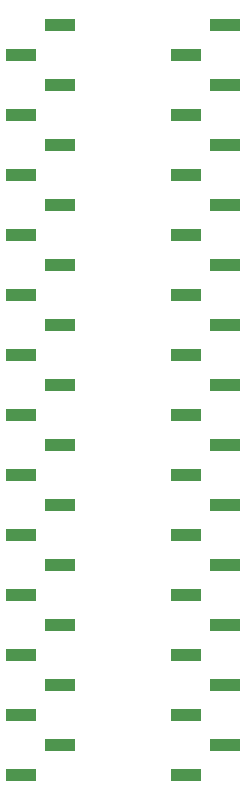
<source format=gbp>
G04 #@! TF.GenerationSoftware,KiCad,Pcbnew,9.0.6*
G04 #@! TF.CreationDate,2025-12-31T13:09:13-06:00*
G04 #@! TF.ProjectId,QFN-48_6x6,51464e2d-3438-45f3-9678-362e6b696361,rev?*
G04 #@! TF.SameCoordinates,Original*
G04 #@! TF.FileFunction,Paste,Bot*
G04 #@! TF.FilePolarity,Positive*
%FSLAX46Y46*%
G04 Gerber Fmt 4.6, Leading zero omitted, Abs format (unit mm)*
G04 Created by KiCad (PCBNEW 9.0.6) date 2025-12-31 13:09:13*
%MOMM*%
%LPD*%
G01*
G04 APERTURE LIST*
%ADD10R,2.510000X1.000000*%
G04 APERTURE END LIST*
D10*
X133099000Y-88900000D03*
X129789000Y-91440000D03*
X133099000Y-93980000D03*
X129789000Y-96520000D03*
X133099000Y-99060000D03*
X129789000Y-101600000D03*
X133099000Y-104140000D03*
X129789000Y-106680000D03*
X133099000Y-109220000D03*
X129789000Y-111760000D03*
X133099000Y-114300000D03*
X129789000Y-116840000D03*
X133099000Y-119380000D03*
X129789000Y-121920000D03*
X133099000Y-124460000D03*
X129789000Y-127000000D03*
X133099000Y-129540000D03*
X129789000Y-132080000D03*
X133099000Y-134620000D03*
X129789000Y-137160000D03*
X133099000Y-139700000D03*
X129789000Y-142240000D03*
X133099000Y-144780000D03*
X129789000Y-147320000D03*
X133099000Y-149860000D03*
X129789000Y-152400000D03*
X147071000Y-88900000D03*
X143761000Y-91440000D03*
X147071000Y-93980000D03*
X143761000Y-96520000D03*
X147071000Y-99060000D03*
X143761000Y-101600000D03*
X147071000Y-104140000D03*
X143761000Y-106680000D03*
X147071000Y-109220000D03*
X143761000Y-111760000D03*
X147071000Y-114300000D03*
X143761000Y-116840000D03*
X147071000Y-119380000D03*
X143761000Y-121920000D03*
X147071000Y-124460000D03*
X143761000Y-127000000D03*
X147071000Y-129540000D03*
X143761000Y-132080000D03*
X147071000Y-134620000D03*
X143761000Y-137160000D03*
X147071000Y-139700000D03*
X143761000Y-142240000D03*
X147071000Y-144780000D03*
X143761000Y-147320000D03*
X147071000Y-149860000D03*
X143761000Y-152400000D03*
M02*

</source>
